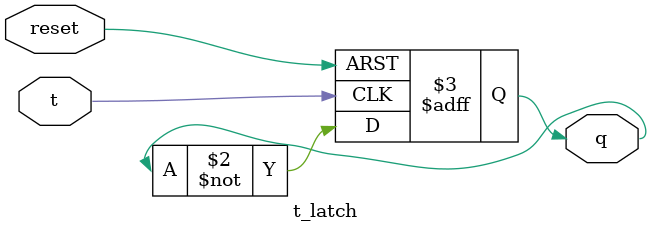
<source format=v>

module t_latch(input t, input reset, output reg q);

    always @(posedge t or posedge reset)
    begin
        if (reset)
            q <= 1'b0;
        else if (t)
            q <= ~q;
    end

endmodule
</source>
